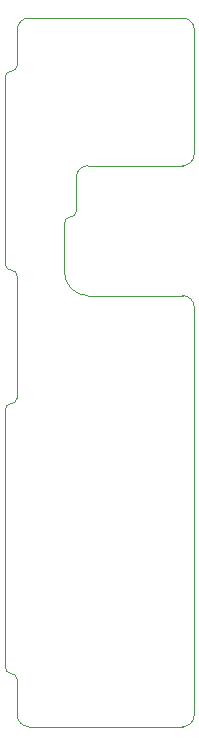
<source format=gm1>
G04 #@! TF.GenerationSoftware,KiCad,Pcbnew,7.0.11-7.0.11~ubuntu23.10.1*
G04 #@! TF.CreationDate,2024-06-17T23:23:06+02:00*
G04 #@! TF.ProjectId,Hardware_NanoPi_v7_ConnectorPlate,48617264-7761-4726-955f-4e616e6f5069,rev?*
G04 #@! TF.SameCoordinates,Original*
G04 #@! TF.FileFunction,Profile,NP*
%FSLAX46Y46*%
G04 Gerber Fmt 4.6, Leading zero omitted, Abs format (unit mm)*
G04 Created by KiCad (PCBNEW 7.0.11-7.0.11~ubuntu23.10.1) date 2024-06-17 23:23:06*
%MOMM*%
%LPD*%
G01*
G04 APERTURE LIST*
G04 #@! TA.AperFunction,Profile*
%ADD10C,0.100000*%
G04 #@! TD*
G04 APERTURE END LIST*
D10*
X0Y24853553D02*
X0Y3000000D01*
X500000Y25353600D02*
G75*
G03*
X0Y24853553I0J-500000D01*
G01*
X16000000Y46500000D02*
X16000000Y57000000D01*
X1000047Y36146447D02*
G75*
G03*
X500000Y36646447I-500047J-47D01*
G01*
X5500000Y41146400D02*
G75*
G03*
X5000000Y40646447I0J-500000D01*
G01*
X0Y53000000D02*
X0Y37146447D01*
X7000000Y45500000D02*
X15000000Y45500000D01*
X15000000Y-2000000D02*
G75*
G03*
X16000000Y-1000000I0J1000000D01*
G01*
X500000Y53500000D02*
G75*
G03*
X1000000Y54000000I0J500000D01*
G01*
X16000000Y57000000D02*
G75*
G03*
X15000000Y58000000I-1000000J0D01*
G01*
X1000000Y-1000000D02*
G75*
G03*
X2000000Y-2000000I1000000J0D01*
G01*
X1000000Y36146447D02*
X1000000Y25853553D01*
X2000002Y57999998D02*
G75*
G03*
X1000002Y57000000I-2J-999998D01*
G01*
X5500000Y41146400D02*
G75*
G03*
X6000000Y41646447I0J500000D01*
G01*
X16000000Y33500000D02*
G75*
G03*
X15000000Y34500000I-1000000J0D01*
G01*
X6000000Y41646447D02*
X6000000Y44500000D01*
X1000000Y2000000D02*
X1000000Y-1000000D01*
X47Y37146447D02*
G75*
G03*
X500000Y36646447I499953J-47D01*
G01*
X7000000Y45500000D02*
G75*
G03*
X6000000Y44500000I0J-1000000D01*
G01*
X15000000Y45500000D02*
G75*
G03*
X16000000Y46500000I0J1000000D01*
G01*
X500000Y53500000D02*
G75*
G03*
X0Y53000000I0J-500000D01*
G01*
X16000000Y-1000000D02*
X16000000Y33500000D01*
X15000000Y58000000D02*
X2000000Y58000000D01*
X1000000Y2000000D02*
G75*
G03*
X500000Y2500000I-500000J0D01*
G01*
X15000000Y34500000D02*
X7000000Y34500000D01*
X0Y3000000D02*
G75*
G03*
X500000Y2500000I500000J0D01*
G01*
X500000Y25353600D02*
G75*
G03*
X1000000Y25853553I0J500000D01*
G01*
X5000000Y40646447D02*
X5000000Y36500000D01*
X1000002Y57000000D02*
X1000000Y54000000D01*
X5000000Y36500000D02*
G75*
G03*
X7000000Y34500000I2000000J0D01*
G01*
X15000000Y-2000000D02*
X2000000Y-2000000D01*
M02*

</source>
